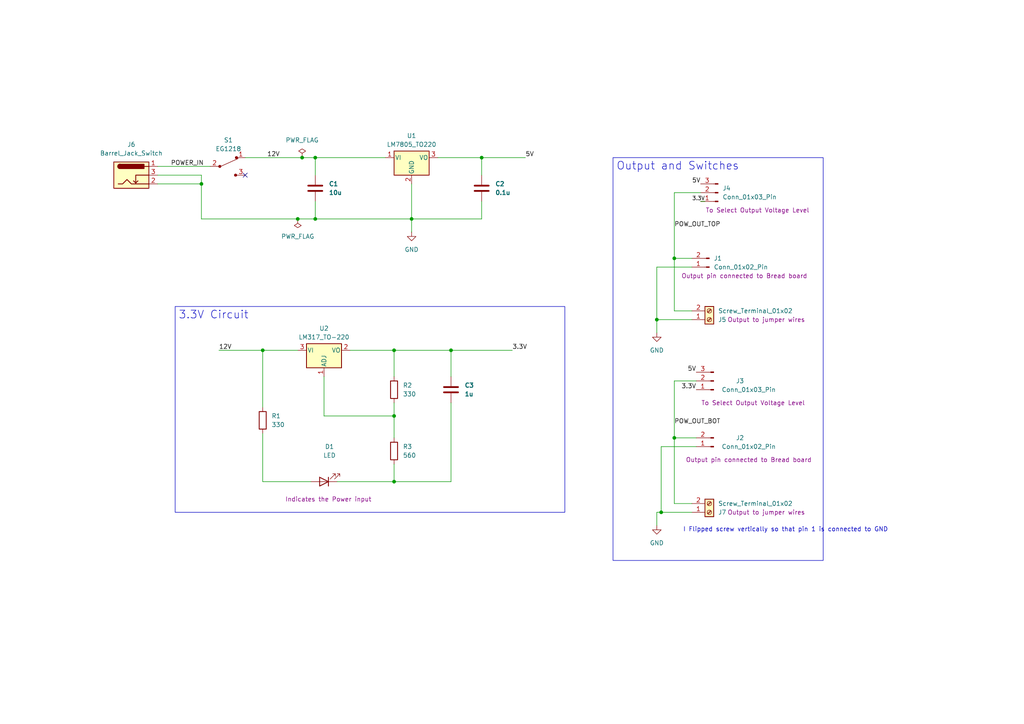
<source format=kicad_sch>
(kicad_sch
	(version 20250114)
	(generator "eeschema")
	(generator_version "9.0")
	(uuid "fac9a882-de37-4cb0-87d4-ffe47259e044")
	(paper "A4")
	(title_block
		(title "Bread Board Supply v001")
		(date "2025-12-05")
		(company "YUKESH.S  2024104010")
	)
	(lib_symbols
		(symbol "Connector:Barrel_Jack_Switch"
			(pin_names
				(hide yes)
			)
			(exclude_from_sim no)
			(in_bom yes)
			(on_board yes)
			(property "Reference" "J"
				(at 0 5.334 0)
				(effects
					(font
						(size 1.27 1.27)
					)
				)
			)
			(property "Value" "Barrel_Jack_Switch"
				(at 0 -5.08 0)
				(effects
					(font
						(size 1.27 1.27)
					)
				)
			)
			(property "Footprint" ""
				(at 1.27 -1.016 0)
				(effects
					(font
						(size 1.27 1.27)
					)
					(hide yes)
				)
			)
			(property "Datasheet" "~"
				(at 1.27 -1.016 0)
				(effects
					(font
						(size 1.27 1.27)
					)
					(hide yes)
				)
			)
			(property "Description" "DC Barrel Jack with an internal switch"
				(at 0 0 0)
				(effects
					(font
						(size 1.27 1.27)
					)
					(hide yes)
				)
			)
			(property "ki_keywords" "DC power barrel jack connector"
				(at 0 0 0)
				(effects
					(font
						(size 1.27 1.27)
					)
					(hide yes)
				)
			)
			(property "ki_fp_filters" "BarrelJack*"
				(at 0 0 0)
				(effects
					(font
						(size 1.27 1.27)
					)
					(hide yes)
				)
			)
			(symbol "Barrel_Jack_Switch_0_1"
				(rectangle
					(start -5.08 3.81)
					(end 5.08 -3.81)
					(stroke
						(width 0.254)
						(type default)
					)
					(fill
						(type background)
					)
				)
				(polyline
					(pts
						(xy -3.81 -2.54) (xy -2.54 -2.54) (xy -1.27 -1.27) (xy 0 -2.54) (xy 2.54 -2.54) (xy 5.08 -2.54)
					)
					(stroke
						(width 0.254)
						(type default)
					)
					(fill
						(type none)
					)
				)
				(arc
					(start -3.302 1.905)
					(mid -3.9343 2.54)
					(end -3.302 3.175)
					(stroke
						(width 0.254)
						(type default)
					)
					(fill
						(type none)
					)
				)
				(arc
					(start -3.302 1.905)
					(mid -3.9343 2.54)
					(end -3.302 3.175)
					(stroke
						(width 0.254)
						(type default)
					)
					(fill
						(type outline)
					)
				)
				(polyline
					(pts
						(xy 1.27 -2.286) (xy 1.905 -1.651)
					)
					(stroke
						(width 0.254)
						(type default)
					)
					(fill
						(type none)
					)
				)
				(rectangle
					(start 3.683 3.175)
					(end -3.302 1.905)
					(stroke
						(width 0.254)
						(type default)
					)
					(fill
						(type outline)
					)
				)
				(polyline
					(pts
						(xy 5.08 2.54) (xy 3.81 2.54)
					)
					(stroke
						(width 0.254)
						(type default)
					)
					(fill
						(type none)
					)
				)
				(polyline
					(pts
						(xy 5.08 0) (xy 1.27 0) (xy 1.27 -2.286) (xy 0.635 -1.651)
					)
					(stroke
						(width 0.254)
						(type default)
					)
					(fill
						(type none)
					)
				)
			)
			(symbol "Barrel_Jack_Switch_1_1"
				(pin passive line
					(at 7.62 2.54 180)
					(length 2.54)
					(name "~"
						(effects
							(font
								(size 1.27 1.27)
							)
						)
					)
					(number "1"
						(effects
							(font
								(size 1.27 1.27)
							)
						)
					)
				)
				(pin passive line
					(at 7.62 0 180)
					(length 2.54)
					(name "~"
						(effects
							(font
								(size 1.27 1.27)
							)
						)
					)
					(number "3"
						(effects
							(font
								(size 1.27 1.27)
							)
						)
					)
				)
				(pin passive line
					(at 7.62 -2.54 180)
					(length 2.54)
					(name "~"
						(effects
							(font
								(size 1.27 1.27)
							)
						)
					)
					(number "2"
						(effects
							(font
								(size 1.27 1.27)
							)
						)
					)
				)
			)
			(embedded_fonts no)
		)
		(symbol "Connector:Conn_01x02_Pin"
			(pin_names
				(offset 1.016)
				(hide yes)
			)
			(exclude_from_sim no)
			(in_bom yes)
			(on_board yes)
			(property "Reference" "J"
				(at 0 2.54 0)
				(effects
					(font
						(size 1.27 1.27)
					)
				)
			)
			(property "Value" "Conn_01x02_Pin"
				(at 0 -5.08 0)
				(effects
					(font
						(size 1.27 1.27)
					)
				)
			)
			(property "Footprint" ""
				(at 0 0 0)
				(effects
					(font
						(size 1.27 1.27)
					)
					(hide yes)
				)
			)
			(property "Datasheet" "~"
				(at 0 0 0)
				(effects
					(font
						(size 1.27 1.27)
					)
					(hide yes)
				)
			)
			(property "Description" "Generic connector, single row, 01x02, script generated"
				(at 0 0 0)
				(effects
					(font
						(size 1.27 1.27)
					)
					(hide yes)
				)
			)
			(property "ki_locked" ""
				(at 0 0 0)
				(effects
					(font
						(size 1.27 1.27)
					)
				)
			)
			(property "ki_keywords" "connector"
				(at 0 0 0)
				(effects
					(font
						(size 1.27 1.27)
					)
					(hide yes)
				)
			)
			(property "ki_fp_filters" "Connector*:*_1x??_*"
				(at 0 0 0)
				(effects
					(font
						(size 1.27 1.27)
					)
					(hide yes)
				)
			)
			(symbol "Conn_01x02_Pin_1_1"
				(rectangle
					(start 0.8636 0.127)
					(end 0 -0.127)
					(stroke
						(width 0.1524)
						(type default)
					)
					(fill
						(type outline)
					)
				)
				(rectangle
					(start 0.8636 -2.413)
					(end 0 -2.667)
					(stroke
						(width 0.1524)
						(type default)
					)
					(fill
						(type outline)
					)
				)
				(polyline
					(pts
						(xy 1.27 0) (xy 0.8636 0)
					)
					(stroke
						(width 0.1524)
						(type default)
					)
					(fill
						(type none)
					)
				)
				(polyline
					(pts
						(xy 1.27 -2.54) (xy 0.8636 -2.54)
					)
					(stroke
						(width 0.1524)
						(type default)
					)
					(fill
						(type none)
					)
				)
				(pin passive line
					(at 5.08 0 180)
					(length 3.81)
					(name "Pin_1"
						(effects
							(font
								(size 1.27 1.27)
							)
						)
					)
					(number "1"
						(effects
							(font
								(size 1.27 1.27)
							)
						)
					)
				)
				(pin passive line
					(at 5.08 -2.54 180)
					(length 3.81)
					(name "Pin_2"
						(effects
							(font
								(size 1.27 1.27)
							)
						)
					)
					(number "2"
						(effects
							(font
								(size 1.27 1.27)
							)
						)
					)
				)
			)
			(embedded_fonts no)
		)
		(symbol "Connector:Conn_01x03_Pin"
			(pin_names
				(offset 1.016)
				(hide yes)
			)
			(exclude_from_sim no)
			(in_bom yes)
			(on_board yes)
			(property "Reference" "J"
				(at 0 5.08 0)
				(effects
					(font
						(size 1.27 1.27)
					)
				)
			)
			(property "Value" "Conn_01x03_Pin"
				(at 0 -5.08 0)
				(effects
					(font
						(size 1.27 1.27)
					)
				)
			)
			(property "Footprint" ""
				(at 0 0 0)
				(effects
					(font
						(size 1.27 1.27)
					)
					(hide yes)
				)
			)
			(property "Datasheet" "~"
				(at 0 0 0)
				(effects
					(font
						(size 1.27 1.27)
					)
					(hide yes)
				)
			)
			(property "Description" "Generic connector, single row, 01x03, script generated"
				(at 0 0 0)
				(effects
					(font
						(size 1.27 1.27)
					)
					(hide yes)
				)
			)
			(property "ki_locked" ""
				(at 0 0 0)
				(effects
					(font
						(size 1.27 1.27)
					)
				)
			)
			(property "ki_keywords" "connector"
				(at 0 0 0)
				(effects
					(font
						(size 1.27 1.27)
					)
					(hide yes)
				)
			)
			(property "ki_fp_filters" "Connector*:*_1x??_*"
				(at 0 0 0)
				(effects
					(font
						(size 1.27 1.27)
					)
					(hide yes)
				)
			)
			(symbol "Conn_01x03_Pin_1_1"
				(rectangle
					(start 0.8636 2.667)
					(end 0 2.413)
					(stroke
						(width 0.1524)
						(type default)
					)
					(fill
						(type outline)
					)
				)
				(rectangle
					(start 0.8636 0.127)
					(end 0 -0.127)
					(stroke
						(width 0.1524)
						(type default)
					)
					(fill
						(type outline)
					)
				)
				(rectangle
					(start 0.8636 -2.413)
					(end 0 -2.667)
					(stroke
						(width 0.1524)
						(type default)
					)
					(fill
						(type outline)
					)
				)
				(polyline
					(pts
						(xy 1.27 2.54) (xy 0.8636 2.54)
					)
					(stroke
						(width 0.1524)
						(type default)
					)
					(fill
						(type none)
					)
				)
				(polyline
					(pts
						(xy 1.27 0) (xy 0.8636 0)
					)
					(stroke
						(width 0.1524)
						(type default)
					)
					(fill
						(type none)
					)
				)
				(polyline
					(pts
						(xy 1.27 -2.54) (xy 0.8636 -2.54)
					)
					(stroke
						(width 0.1524)
						(type default)
					)
					(fill
						(type none)
					)
				)
				(pin passive line
					(at 5.08 2.54 180)
					(length 3.81)
					(name "Pin_1"
						(effects
							(font
								(size 1.27 1.27)
							)
						)
					)
					(number "1"
						(effects
							(font
								(size 1.27 1.27)
							)
						)
					)
				)
				(pin passive line
					(at 5.08 0 180)
					(length 3.81)
					(name "Pin_2"
						(effects
							(font
								(size 1.27 1.27)
							)
						)
					)
					(number "2"
						(effects
							(font
								(size 1.27 1.27)
							)
						)
					)
				)
				(pin passive line
					(at 5.08 -2.54 180)
					(length 3.81)
					(name "Pin_3"
						(effects
							(font
								(size 1.27 1.27)
							)
						)
					)
					(number "3"
						(effects
							(font
								(size 1.27 1.27)
							)
						)
					)
				)
			)
			(embedded_fonts no)
		)
		(symbol "Connector:Screw_Terminal_01x02"
			(pin_names
				(offset 1.016)
				(hide yes)
			)
			(exclude_from_sim no)
			(in_bom yes)
			(on_board yes)
			(property "Reference" "J"
				(at 0 2.54 0)
				(effects
					(font
						(size 1.27 1.27)
					)
				)
			)
			(property "Value" "Screw_Terminal_01x02"
				(at 0 -5.08 0)
				(effects
					(font
						(size 1.27 1.27)
					)
				)
			)
			(property "Footprint" ""
				(at 0 0 0)
				(effects
					(font
						(size 1.27 1.27)
					)
					(hide yes)
				)
			)
			(property "Datasheet" "~"
				(at 0 0 0)
				(effects
					(font
						(size 1.27 1.27)
					)
					(hide yes)
				)
			)
			(property "Description" "Generic screw terminal, single row, 01x02, script generated (kicad-library-utils/schlib/autogen/connector/)"
				(at 0 0 0)
				(effects
					(font
						(size 1.27 1.27)
					)
					(hide yes)
				)
			)
			(property "ki_keywords" "screw terminal"
				(at 0 0 0)
				(effects
					(font
						(size 1.27 1.27)
					)
					(hide yes)
				)
			)
			(property "ki_fp_filters" "TerminalBlock*:*"
				(at 0 0 0)
				(effects
					(font
						(size 1.27 1.27)
					)
					(hide yes)
				)
			)
			(symbol "Screw_Terminal_01x02_1_1"
				(rectangle
					(start -1.27 1.27)
					(end 1.27 -3.81)
					(stroke
						(width 0.254)
						(type default)
					)
					(fill
						(type background)
					)
				)
				(polyline
					(pts
						(xy -0.5334 0.3302) (xy 0.3302 -0.508)
					)
					(stroke
						(width 0.1524)
						(type default)
					)
					(fill
						(type none)
					)
				)
				(polyline
					(pts
						(xy -0.5334 -2.2098) (xy 0.3302 -3.048)
					)
					(stroke
						(width 0.1524)
						(type default)
					)
					(fill
						(type none)
					)
				)
				(polyline
					(pts
						(xy -0.3556 0.508) (xy 0.508 -0.3302)
					)
					(stroke
						(width 0.1524)
						(type default)
					)
					(fill
						(type none)
					)
				)
				(polyline
					(pts
						(xy -0.3556 -2.032) (xy 0.508 -2.8702)
					)
					(stroke
						(width 0.1524)
						(type default)
					)
					(fill
						(type none)
					)
				)
				(circle
					(center 0 0)
					(radius 0.635)
					(stroke
						(width 0.1524)
						(type default)
					)
					(fill
						(type none)
					)
				)
				(circle
					(center 0 -2.54)
					(radius 0.635)
					(stroke
						(width 0.1524)
						(type default)
					)
					(fill
						(type none)
					)
				)
				(pin passive line
					(at -5.08 0 0)
					(length 3.81)
					(name "Pin_1"
						(effects
							(font
								(size 1.27 1.27)
							)
						)
					)
					(number "1"
						(effects
							(font
								(size 1.27 1.27)
							)
						)
					)
				)
				(pin passive line
					(at -5.08 -2.54 0)
					(length 3.81)
					(name "Pin_2"
						(effects
							(font
								(size 1.27 1.27)
							)
						)
					)
					(number "2"
						(effects
							(font
								(size 1.27 1.27)
							)
						)
					)
				)
			)
			(embedded_fonts no)
		)
		(symbol "Device:C"
			(pin_numbers
				(hide yes)
			)
			(pin_names
				(offset 0.254)
			)
			(exclude_from_sim no)
			(in_bom yes)
			(on_board yes)
			(property "Reference" "C"
				(at 0.635 2.54 0)
				(effects
					(font
						(size 1.27 1.27)
					)
					(justify left)
				)
			)
			(property "Value" "C"
				(at 0.635 -2.54 0)
				(effects
					(font
						(size 1.27 1.27)
					)
					(justify left)
				)
			)
			(property "Footprint" ""
				(at 0.9652 -3.81 0)
				(effects
					(font
						(size 1.27 1.27)
					)
					(hide yes)
				)
			)
			(property "Datasheet" "~"
				(at 0 0 0)
				(effects
					(font
						(size 1.27 1.27)
					)
					(hide yes)
				)
			)
			(property "Description" "Unpolarized capacitor"
				(at 0 0 0)
				(effects
					(font
						(size 1.27 1.27)
					)
					(hide yes)
				)
			)
			(property "ki_keywords" "cap capacitor"
				(at 0 0 0)
				(effects
					(font
						(size 1.27 1.27)
					)
					(hide yes)
				)
			)
			(property "ki_fp_filters" "C_*"
				(at 0 0 0)
				(effects
					(font
						(size 1.27 1.27)
					)
					(hide yes)
				)
			)
			(symbol "C_0_1"
				(polyline
					(pts
						(xy -2.032 0.762) (xy 2.032 0.762)
					)
					(stroke
						(width 0.508)
						(type default)
					)
					(fill
						(type none)
					)
				)
				(polyline
					(pts
						(xy -2.032 -0.762) (xy 2.032 -0.762)
					)
					(stroke
						(width 0.508)
						(type default)
					)
					(fill
						(type none)
					)
				)
			)
			(symbol "C_1_1"
				(pin passive line
					(at 0 3.81 270)
					(length 2.794)
					(name "~"
						(effects
							(font
								(size 1.27 1.27)
							)
						)
					)
					(number "1"
						(effects
							(font
								(size 1.27 1.27)
							)
						)
					)
				)
				(pin passive line
					(at 0 -3.81 90)
					(length 2.794)
					(name "~"
						(effects
							(font
								(size 1.27 1.27)
							)
						)
					)
					(number "2"
						(effects
							(font
								(size 1.27 1.27)
							)
						)
					)
				)
			)
			(embedded_fonts no)
		)
		(symbol "Device:LED"
			(pin_numbers
				(hide yes)
			)
			(pin_names
				(offset 1.016)
				(hide yes)
			)
			(exclude_from_sim no)
			(in_bom yes)
			(on_board yes)
			(property "Reference" "D"
				(at 0 2.54 0)
				(effects
					(font
						(size 1.27 1.27)
					)
				)
			)
			(property "Value" "LED"
				(at 0 -2.54 0)
				(effects
					(font
						(size 1.27 1.27)
					)
				)
			)
			(property "Footprint" ""
				(at 0 0 0)
				(effects
					(font
						(size 1.27 1.27)
					)
					(hide yes)
				)
			)
			(property "Datasheet" "~"
				(at 0 0 0)
				(effects
					(font
						(size 1.27 1.27)
					)
					(hide yes)
				)
			)
			(property "Description" "Light emitting diode"
				(at 0 0 0)
				(effects
					(font
						(size 1.27 1.27)
					)
					(hide yes)
				)
			)
			(property "Sim.Pins" "1=K 2=A"
				(at 0 0 0)
				(effects
					(font
						(size 1.27 1.27)
					)
					(hide yes)
				)
			)
			(property "ki_keywords" "LED diode"
				(at 0 0 0)
				(effects
					(font
						(size 1.27 1.27)
					)
					(hide yes)
				)
			)
			(property "ki_fp_filters" "LED* LED_SMD:* LED_THT:*"
				(at 0 0 0)
				(effects
					(font
						(size 1.27 1.27)
					)
					(hide yes)
				)
			)
			(symbol "LED_0_1"
				(polyline
					(pts
						(xy -3.048 -0.762) (xy -4.572 -2.286) (xy -3.81 -2.286) (xy -4.572 -2.286) (xy -4.572 -1.524)
					)
					(stroke
						(width 0)
						(type default)
					)
					(fill
						(type none)
					)
				)
				(polyline
					(pts
						(xy -1.778 -0.762) (xy -3.302 -2.286) (xy -2.54 -2.286) (xy -3.302 -2.286) (xy -3.302 -1.524)
					)
					(stroke
						(width 0)
						(type default)
					)
					(fill
						(type none)
					)
				)
				(polyline
					(pts
						(xy -1.27 0) (xy 1.27 0)
					)
					(stroke
						(width 0)
						(type default)
					)
					(fill
						(type none)
					)
				)
				(polyline
					(pts
						(xy -1.27 -1.27) (xy -1.27 1.27)
					)
					(stroke
						(width 0.254)
						(type default)
					)
					(fill
						(type none)
					)
				)
				(polyline
					(pts
						(xy 1.27 -1.27) (xy 1.27 1.27) (xy -1.27 0) (xy 1.27 -1.27)
					)
					(stroke
						(width 0.254)
						(type default)
					)
					(fill
						(type none)
					)
				)
			)
			(symbol "LED_1_1"
				(pin passive line
					(at -3.81 0 0)
					(length 2.54)
					(name "K"
						(effects
							(font
								(size 1.27 1.27)
							)
						)
					)
					(number "1"
						(effects
							(font
								(size 1.27 1.27)
							)
						)
					)
				)
				(pin passive line
					(at 3.81 0 180)
					(length 2.54)
					(name "A"
						(effects
							(font
								(size 1.27 1.27)
							)
						)
					)
					(number "2"
						(effects
							(font
								(size 1.27 1.27)
							)
						)
					)
				)
			)
			(embedded_fonts no)
		)
		(symbol "Device:R"
			(pin_numbers
				(hide yes)
			)
			(pin_names
				(offset 0)
			)
			(exclude_from_sim no)
			(in_bom yes)
			(on_board yes)
			(property "Reference" "R"
				(at 2.032 0 90)
				(effects
					(font
						(size 1.27 1.27)
					)
				)
			)
			(property "Value" "R"
				(at 0 0 90)
				(effects
					(font
						(size 1.27 1.27)
					)
				)
			)
			(property "Footprint" ""
				(at -1.778 0 90)
				(effects
					(font
						(size 1.27 1.27)
					)
					(hide yes)
				)
			)
			(property "Datasheet" "~"
				(at 0 0 0)
				(effects
					(font
						(size 1.27 1.27)
					)
					(hide yes)
				)
			)
			(property "Description" "Resistor"
				(at 0 0 0)
				(effects
					(font
						(size 1.27 1.27)
					)
					(hide yes)
				)
			)
			(property "ki_keywords" "R res resistor"
				(at 0 0 0)
				(effects
					(font
						(size 1.27 1.27)
					)
					(hide yes)
				)
			)
			(property "ki_fp_filters" "R_*"
				(at 0 0 0)
				(effects
					(font
						(size 1.27 1.27)
					)
					(hide yes)
				)
			)
			(symbol "R_0_1"
				(rectangle
					(start -1.016 -2.54)
					(end 1.016 2.54)
					(stroke
						(width 0.254)
						(type default)
					)
					(fill
						(type none)
					)
				)
			)
			(symbol "R_1_1"
				(pin passive line
					(at 0 3.81 270)
					(length 1.27)
					(name "~"
						(effects
							(font
								(size 1.27 1.27)
							)
						)
					)
					(number "1"
						(effects
							(font
								(size 1.27 1.27)
							)
						)
					)
				)
				(pin passive line
					(at 0 -3.81 90)
					(length 1.27)
					(name "~"
						(effects
							(font
								(size 1.27 1.27)
							)
						)
					)
					(number "2"
						(effects
							(font
								(size 1.27 1.27)
							)
						)
					)
				)
			)
			(embedded_fonts no)
		)
		(symbol "Regulator_Linear:LM317_TO-220"
			(pin_names
				(offset 0.254)
			)
			(exclude_from_sim no)
			(in_bom yes)
			(on_board yes)
			(property "Reference" "U"
				(at -3.81 3.175 0)
				(effects
					(font
						(size 1.27 1.27)
					)
				)
			)
			(property "Value" "LM317_TO-220"
				(at 0 3.175 0)
				(effects
					(font
						(size 1.27 1.27)
					)
					(justify left)
				)
			)
			(property "Footprint" "Package_TO_SOT_THT:TO-220-3_Vertical"
				(at 0 6.35 0)
				(effects
					(font
						(size 1.27 1.27)
						(italic yes)
					)
					(hide yes)
				)
			)
			(property "Datasheet" "http://www.ti.com/lit/ds/symlink/lm317.pdf"
				(at 0 0 0)
				(effects
					(font
						(size 1.27 1.27)
					)
					(hide yes)
				)
			)
			(property "Description" "1.5A 35V Adjustable Linear Regulator, TO-220"
				(at 0 0 0)
				(effects
					(font
						(size 1.27 1.27)
					)
					(hide yes)
				)
			)
			(property "ki_keywords" "Adjustable Voltage Regulator 1A Positive"
				(at 0 0 0)
				(effects
					(font
						(size 1.27 1.27)
					)
					(hide yes)
				)
			)
			(property "ki_fp_filters" "TO?220*"
				(at 0 0 0)
				(effects
					(font
						(size 1.27 1.27)
					)
					(hide yes)
				)
			)
			(symbol "LM317_TO-220_0_1"
				(rectangle
					(start -5.08 1.905)
					(end 5.08 -5.08)
					(stroke
						(width 0.254)
						(type default)
					)
					(fill
						(type background)
					)
				)
			)
			(symbol "LM317_TO-220_1_1"
				(pin power_in line
					(at -7.62 0 0)
					(length 2.54)
					(name "VI"
						(effects
							(font
								(size 1.27 1.27)
							)
						)
					)
					(number "3"
						(effects
							(font
								(size 1.27 1.27)
							)
						)
					)
				)
				(pin input line
					(at 0 -7.62 90)
					(length 2.54)
					(name "ADJ"
						(effects
							(font
								(size 1.27 1.27)
							)
						)
					)
					(number "1"
						(effects
							(font
								(size 1.27 1.27)
							)
						)
					)
				)
				(pin power_out line
					(at 7.62 0 180)
					(length 2.54)
					(name "VO"
						(effects
							(font
								(size 1.27 1.27)
							)
						)
					)
					(number "2"
						(effects
							(font
								(size 1.27 1.27)
							)
						)
					)
				)
			)
			(embedded_fonts no)
		)
		(symbol "Regulator_Linear:LM7805_TO220"
			(pin_names
				(offset 0.254)
			)
			(exclude_from_sim no)
			(in_bom yes)
			(on_board yes)
			(property "Reference" "U"
				(at -3.81 3.175 0)
				(effects
					(font
						(size 1.27 1.27)
					)
				)
			)
			(property "Value" "LM7805_TO220"
				(at 0 3.175 0)
				(effects
					(font
						(size 1.27 1.27)
					)
					(justify left)
				)
			)
			(property "Footprint" "Package_TO_SOT_THT:TO-220-3_Vertical"
				(at 0 5.715 0)
				(effects
					(font
						(size 1.27 1.27)
						(italic yes)
					)
					(hide yes)
				)
			)
			(property "Datasheet" "https://www.onsemi.cn/PowerSolutions/document/MC7800-D.PDF"
				(at 0 -1.27 0)
				(effects
					(font
						(size 1.27 1.27)
					)
					(hide yes)
				)
			)
			(property "Description" "Positive 1A 35V Linear Regulator, Fixed Output 5V, TO-220"
				(at 0 0 0)
				(effects
					(font
						(size 1.27 1.27)
					)
					(hide yes)
				)
			)
			(property "ki_keywords" "Voltage Regulator 1A Positive"
				(at 0 0 0)
				(effects
					(font
						(size 1.27 1.27)
					)
					(hide yes)
				)
			)
			(property "ki_fp_filters" "TO?220*"
				(at 0 0 0)
				(effects
					(font
						(size 1.27 1.27)
					)
					(hide yes)
				)
			)
			(symbol "LM7805_TO220_0_1"
				(rectangle
					(start -5.08 1.905)
					(end 5.08 -5.08)
					(stroke
						(width 0.254)
						(type default)
					)
					(fill
						(type background)
					)
				)
			)
			(symbol "LM7805_TO220_1_1"
				(pin power_in line
					(at -7.62 0 0)
					(length 2.54)
					(name "VI"
						(effects
							(font
								(size 1.27 1.27)
							)
						)
					)
					(number "1"
						(effects
							(font
								(size 1.27 1.27)
							)
						)
					)
				)
				(pin power_in line
					(at 0 -7.62 90)
					(length 2.54)
					(name "GND"
						(effects
							(font
								(size 1.27 1.27)
							)
						)
					)
					(number "2"
						(effects
							(font
								(size 1.27 1.27)
							)
						)
					)
				)
				(pin power_out line
					(at 7.62 0 180)
					(length 2.54)
					(name "VO"
						(effects
							(font
								(size 1.27 1.27)
							)
						)
					)
					(number "3"
						(effects
							(font
								(size 1.27 1.27)
							)
						)
					)
				)
			)
			(embedded_fonts no)
		)
		(symbol "dk_Slide-Switches:EG1218"
			(pin_names
				(offset 0)
			)
			(exclude_from_sim no)
			(in_bom yes)
			(on_board yes)
			(property "Reference" "S"
				(at -3.81 2.286 0)
				(effects
					(font
						(size 1.27 1.27)
					)
				)
			)
			(property "Value" "EG1218"
				(at 0 -5.334 0)
				(effects
					(font
						(size 1.27 1.27)
					)
				)
			)
			(property "Footprint" "digikey-footprints:Switch_Slide_11.6x4mm_EG1218"
				(at 5.08 5.08 0)
				(effects
					(font
						(size 1.27 1.27)
					)
					(justify left)
					(hide yes)
				)
			)
			(property "Datasheet" "http://spec_sheets.e-switch.com/specs/P040040.pdf"
				(at 5.08 7.62 0)
				(effects
					(font
						(size 1.524 1.524)
					)
					(justify left)
					(hide yes)
				)
			)
			(property "Description" "SWITCH SLIDE SPDT 200MA 30V"
				(at 0 0 0)
				(effects
					(font
						(size 1.27 1.27)
					)
					(hide yes)
				)
			)
			(property "Digi-Key_PN" "EG1903-ND"
				(at 5.08 10.16 0)
				(effects
					(font
						(size 1.524 1.524)
					)
					(justify left)
					(hide yes)
				)
			)
			(property "MPN" "EG1218"
				(at 5.08 12.7 0)
				(effects
					(font
						(size 1.524 1.524)
					)
					(justify left)
					(hide yes)
				)
			)
			(property "Category" "Switches"
				(at 5.08 15.24 0)
				(effects
					(font
						(size 1.524 1.524)
					)
					(justify left)
					(hide yes)
				)
			)
			(property "Family" "Slide Switches"
				(at 5.08 17.78 0)
				(effects
					(font
						(size 1.524 1.524)
					)
					(justify left)
					(hide yes)
				)
			)
			(property "DK_Datasheet_Link" "http://spec_sheets.e-switch.com/specs/P040040.pdf"
				(at 5.08 20.32 0)
				(effects
					(font
						(size 1.524 1.524)
					)
					(justify left)
					(hide yes)
				)
			)
			(property "DK_Detail_Page" "/product-detail/en/e-switch/EG1218/EG1903-ND/101726"
				(at 5.08 22.86 0)
				(effects
					(font
						(size 1.524 1.524)
					)
					(justify left)
					(hide yes)
				)
			)
			(property "Description_1" "SWITCH SLIDE SPDT 200MA 30V"
				(at 5.08 25.4 0)
				(effects
					(font
						(size 1.524 1.524)
					)
					(justify left)
					(hide yes)
				)
			)
			(property "Manufacturer" "E-Switch"
				(at 5.08 27.94 0)
				(effects
					(font
						(size 1.524 1.524)
					)
					(justify left)
					(hide yes)
				)
			)
			(property "Status" "Active"
				(at 5.08 30.48 0)
				(effects
					(font
						(size 1.524 1.524)
					)
					(justify left)
					(hide yes)
				)
			)
			(property "ki_keywords" "EG1903-ND EG"
				(at 0 0 0)
				(effects
					(font
						(size 1.27 1.27)
					)
					(hide yes)
				)
			)
			(symbol "EG1218_0_1"
				(circle
					(center -2.286 0)
					(radius 0.3556)
					(stroke
						(width 0)
						(type solid)
					)
					(fill
						(type outline)
					)
				)
				(polyline
					(pts
						(xy -2.032 0) (xy 3.048 2.286)
					)
					(stroke
						(width 0)
						(type solid)
					)
					(fill
						(type none)
					)
				)
				(circle
					(center 2.286 -2.54)
					(radius 0.3556)
					(stroke
						(width 0)
						(type solid)
					)
					(fill
						(type outline)
					)
				)
				(circle
					(center 2.54 2.54)
					(radius 0.3556)
					(stroke
						(width 0)
						(type solid)
					)
					(fill
						(type outline)
					)
				)
			)
			(symbol "EG1218_1_1"
				(pin passive line
					(at -5.08 0 0)
					(length 2.54)
					(name "~"
						(effects
							(font
								(size 1.27 1.27)
							)
						)
					)
					(number "2"
						(effects
							(font
								(size 1.27 1.27)
							)
						)
					)
				)
				(pin passive line
					(at 5.08 2.54 180)
					(length 2.54)
					(name "~"
						(effects
							(font
								(size 1.27 1.27)
							)
						)
					)
					(number "1"
						(effects
							(font
								(size 1.27 1.27)
							)
						)
					)
				)
				(pin passive line
					(at 5.08 -2.54 180)
					(length 2.54)
					(name "~"
						(effects
							(font
								(size 1.27 1.27)
							)
						)
					)
					(number "3"
						(effects
							(font
								(size 1.27 1.27)
							)
						)
					)
				)
			)
			(embedded_fonts no)
		)
		(symbol "power:GND"
			(power)
			(pin_numbers
				(hide yes)
			)
			(pin_names
				(offset 0)
				(hide yes)
			)
			(exclude_from_sim no)
			(in_bom yes)
			(on_board yes)
			(property "Reference" "#PWR"
				(at 0 -6.35 0)
				(effects
					(font
						(size 1.27 1.27)
					)
					(hide yes)
				)
			)
			(property "Value" "GND"
				(at 0 -3.81 0)
				(effects
					(font
						(size 1.27 1.27)
					)
				)
			)
			(property "Footprint" ""
				(at 0 0 0)
				(effects
					(font
						(size 1.27 1.27)
					)
					(hide yes)
				)
			)
			(property "Datasheet" ""
				(at 0 0 0)
				(effects
					(font
						(size 1.27 1.27)
					)
					(hide yes)
				)
			)
			(property "Description" "Power symbol creates a global label with name \"GND\" , ground"
				(at 0 0 0)
				(effects
					(font
						(size 1.27 1.27)
					)
					(hide yes)
				)
			)
			(property "ki_keywords" "global power"
				(at 0 0 0)
				(effects
					(font
						(size 1.27 1.27)
					)
					(hide yes)
				)
			)
			(symbol "GND_0_1"
				(polyline
					(pts
						(xy 0 0) (xy 0 -1.27) (xy 1.27 -1.27) (xy 0 -2.54) (xy -1.27 -1.27) (xy 0 -1.27)
					)
					(stroke
						(width 0)
						(type default)
					)
					(fill
						(type none)
					)
				)
			)
			(symbol "GND_1_1"
				(pin power_in line
					(at 0 0 270)
					(length 0)
					(name "~"
						(effects
							(font
								(size 1.27 1.27)
							)
						)
					)
					(number "1"
						(effects
							(font
								(size 1.27 1.27)
							)
						)
					)
				)
			)
			(embedded_fonts no)
		)
		(symbol "power:PWR_FLAG"
			(power)
			(pin_numbers
				(hide yes)
			)
			(pin_names
				(offset 0)
				(hide yes)
			)
			(exclude_from_sim no)
			(in_bom yes)
			(on_board yes)
			(property "Reference" "#FLG"
				(at 0 1.905 0)
				(effects
					(font
						(size 1.27 1.27)
					)
					(hide yes)
				)
			)
			(property "Value" "PWR_FLAG"
				(at 0 3.81 0)
				(effects
					(font
						(size 1.27 1.27)
					)
				)
			)
			(property "Footprint" ""
				(at 0 0 0)
				(effects
					(font
						(size 1.27 1.27)
					)
					(hide yes)
				)
			)
			(property "Datasheet" "~"
				(at 0 0 0)
				(effects
					(font
						(size 1.27 1.27)
					)
					(hide yes)
				)
			)
			(property "Description" "Special symbol for telling ERC where power comes from"
				(at 0 0 0)
				(effects
					(font
						(size 1.27 1.27)
					)
					(hide yes)
				)
			)
			(property "ki_keywords" "flag power"
				(at 0 0 0)
				(effects
					(font
						(size 1.27 1.27)
					)
					(hide yes)
				)
			)
			(symbol "PWR_FLAG_0_0"
				(pin power_out line
					(at 0 0 90)
					(length 0)
					(name "~"
						(effects
							(font
								(size 1.27 1.27)
							)
						)
					)
					(number "1"
						(effects
							(font
								(size 1.27 1.27)
							)
						)
					)
				)
			)
			(symbol "PWR_FLAG_0_1"
				(polyline
					(pts
						(xy 0 0) (xy 0 1.27) (xy -1.016 1.905) (xy 0 2.54) (xy 1.016 1.905) (xy 0 1.27)
					)
					(stroke
						(width 0)
						(type default)
					)
					(fill
						(type none)
					)
				)
			)
			(embedded_fonts no)
		)
	)
	(text "I Flipped screw vertically so that pin 1 is connected to GND "
		(exclude_from_sim no)
		(at 198.12 153.67 0)
		(effects
			(font
				(size 1.27 1.27)
			)
			(justify left)
		)
		(uuid "723ced61-5940-4445-a5a9-85de77dc96fb")
	)
	(text_box "Output and Switches"
		(exclude_from_sim yes)
		(at 177.8 45.72 0)
		(size 60.96 116.84)
		(margins 0.9525 0.9525 0.9525 0.9525)
		(stroke
			(width 0)
			(type solid)
		)
		(fill
			(type none)
		)
		(effects
			(font
				(size 2.27 2.27)
			)
			(justify left top)
		)
		(uuid "8559ce6e-82ec-4ca8-8c1b-577ab248ce2c")
	)
	(text_box "3.3V Circuit"
		(exclude_from_sim no)
		(at 50.8 88.9 0)
		(size 113.03 59.69)
		(margins 0.9525 0.9525 0.9525 0.9525)
		(stroke
			(width 0)
			(type solid)
		)
		(fill
			(type none)
		)
		(effects
			(font
				(size 2.27 2.27)
			)
			(justify left top)
		)
		(uuid "8985acbc-b9b9-4674-a8e1-5fab2b9adb1f")
	)
	(junction
		(at 76.2 101.6)
		(diameter 0)
		(color 0 0 0 0)
		(uuid "098fbd01-c6ab-4d19-941f-9760e607a42e")
	)
	(junction
		(at 191.77 148.59)
		(diameter 0)
		(color 0 0 0 0)
		(uuid "15075ce5-4cd0-4025-aa68-cc134adc1af7")
	)
	(junction
		(at 114.3 101.6)
		(diameter 0)
		(color 0 0 0 0)
		(uuid "25061cc4-290b-4e5f-a4a6-181c5503f88f")
	)
	(junction
		(at 119.38 63.5)
		(diameter 0)
		(color 0 0 0 0)
		(uuid "568ac081-7571-42a7-9500-f1be42cc6998")
	)
	(junction
		(at 139.7 45.72)
		(diameter 0)
		(color 0 0 0 0)
		(uuid "57272419-2501-4f19-96ea-c465fc965207")
	)
	(junction
		(at 114.3 139.7)
		(diameter 0)
		(color 0 0 0 0)
		(uuid "5ecb07c3-4e23-4d8d-b620-ada07b447d5b")
	)
	(junction
		(at 58.42 53.34)
		(diameter 0)
		(color 0 0 0 0)
		(uuid "6303579f-3153-4c3f-9c11-16d1e5254cbe")
	)
	(junction
		(at 195.58 127)
		(diameter 0)
		(color 0 0 0 0)
		(uuid "6813b071-7865-43c8-98c0-eeb20e1890ae")
	)
	(junction
		(at 190.5 92.71)
		(diameter 0)
		(color 0 0 0 0)
		(uuid "6d79144d-f18e-45e0-b4f6-cd6ab1d6a968")
	)
	(junction
		(at 114.3 120.65)
		(diameter 0)
		(color 0 0 0 0)
		(uuid "71d20708-a2fe-44dd-b829-29c5aaaf19e7")
	)
	(junction
		(at 87.63 45.72)
		(diameter 0)
		(color 0 0 0 0)
		(uuid "8a4c3245-ea61-45ec-8c3f-25d74253c071")
	)
	(junction
		(at 91.44 63.5)
		(diameter 0)
		(color 0 0 0 0)
		(uuid "9ce41bcc-fa4f-445d-82d6-f8f98b0e51d7")
	)
	(junction
		(at 130.81 101.6)
		(diameter 0)
		(color 0 0 0 0)
		(uuid "a8e2ebec-7505-466a-abe8-d0dd40652876")
	)
	(junction
		(at 86.36 63.5)
		(diameter 0)
		(color 0 0 0 0)
		(uuid "afb6699d-c621-4057-a587-33cee0233b7b")
	)
	(junction
		(at 195.58 74.93)
		(diameter 0)
		(color 0 0 0 0)
		(uuid "c0b20f0d-da04-4c2a-b973-86a253b1ae74")
	)
	(junction
		(at 91.44 45.72)
		(diameter 0)
		(color 0 0 0 0)
		(uuid "d86a9e42-6e21-4021-b549-6c54974fbb0f")
	)
	(no_connect
		(at 71.12 50.8)
		(uuid "30294c97-1b03-420e-bc5f-59cdc5286cf8")
	)
	(wire
		(pts
			(xy 58.42 53.34) (xy 58.42 63.5)
		)
		(stroke
			(width 0)
			(type default)
		)
		(uuid "03afbc4d-cc5d-4411-a2e3-3be4aa312cb8")
	)
	(wire
		(pts
			(xy 130.81 101.6) (xy 148.59 101.6)
		)
		(stroke
			(width 0)
			(type default)
		)
		(uuid "046f696f-c126-4bf8-872c-14d69400d4b8")
	)
	(wire
		(pts
			(xy 58.42 50.8) (xy 58.42 53.34)
		)
		(stroke
			(width 0)
			(type default)
		)
		(uuid "08569615-450c-4c70-b96f-18a8d566e7b4")
	)
	(wire
		(pts
			(xy 195.58 127) (xy 201.93 127)
		)
		(stroke
			(width 0)
			(type default)
		)
		(uuid "09ad8ab1-66ef-44bb-b50c-f178c510970a")
	)
	(wire
		(pts
			(xy 190.5 77.47) (xy 190.5 92.71)
		)
		(stroke
			(width 0)
			(type default)
		)
		(uuid "0ea9522c-3a52-445c-91e4-cf01ec82b784")
	)
	(wire
		(pts
			(xy 195.58 55.88) (xy 203.2 55.88)
		)
		(stroke
			(width 0)
			(type default)
		)
		(uuid "10ed84a6-0fea-4209-9542-4b07ed2d3c6f")
	)
	(wire
		(pts
			(xy 86.36 63.5) (xy 91.44 63.5)
		)
		(stroke
			(width 0)
			(type default)
		)
		(uuid "15e87aaa-17e3-4b2e-9b58-e64b096e90d7")
	)
	(wire
		(pts
			(xy 203.2 58.42) (xy 204.47 58.42)
		)
		(stroke
			(width 0)
			(type default)
		)
		(uuid "17c30e0a-f389-4b78-a87a-c4ee33ac9cbf")
	)
	(wire
		(pts
			(xy 45.72 53.34) (xy 58.42 53.34)
		)
		(stroke
			(width 0)
			(type default)
		)
		(uuid "1bc582fa-662a-4423-bd0e-27a1e505ccc6")
	)
	(wire
		(pts
			(xy 195.58 90.17) (xy 200.66 90.17)
		)
		(stroke
			(width 0)
			(type default)
		)
		(uuid "20f60bc0-d95c-436f-b1a9-e2e4c14c565c")
	)
	(wire
		(pts
			(xy 139.7 45.72) (xy 139.7 50.8)
		)
		(stroke
			(width 0)
			(type default)
		)
		(uuid "227baabe-c606-4158-a90e-51d51a31a109")
	)
	(wire
		(pts
			(xy 114.3 134.62) (xy 114.3 139.7)
		)
		(stroke
			(width 0)
			(type default)
		)
		(uuid "2ca5df47-6925-47f1-a812-d70589ab9fd7")
	)
	(wire
		(pts
			(xy 76.2 125.73) (xy 76.2 139.7)
		)
		(stroke
			(width 0)
			(type default)
		)
		(uuid "3929ece4-fe44-4dbb-af25-7a2672be9272")
	)
	(wire
		(pts
			(xy 63.5 101.6) (xy 76.2 101.6)
		)
		(stroke
			(width 0)
			(type default)
		)
		(uuid "3c89c352-1200-47ef-ae2d-a0eed03dfaff")
	)
	(wire
		(pts
			(xy 139.7 58.42) (xy 139.7 63.5)
		)
		(stroke
			(width 0)
			(type default)
		)
		(uuid "41331db1-c056-4b31-b52f-4ddcbd1efb00")
	)
	(wire
		(pts
			(xy 119.38 53.34) (xy 119.38 63.5)
		)
		(stroke
			(width 0)
			(type default)
		)
		(uuid "41cf1772-3798-40ff-a853-4dd2f4e4a7f0")
	)
	(wire
		(pts
			(xy 195.58 74.93) (xy 200.66 74.93)
		)
		(stroke
			(width 0)
			(type default)
		)
		(uuid "44000fd0-2594-4b33-bc50-3eea6f4eae9d")
	)
	(wire
		(pts
			(xy 93.98 109.22) (xy 93.98 120.65)
		)
		(stroke
			(width 0)
			(type default)
		)
		(uuid "490d3532-33e0-4204-ab59-56fd04e1ff59")
	)
	(wire
		(pts
			(xy 91.44 58.42) (xy 91.44 63.5)
		)
		(stroke
			(width 0)
			(type default)
		)
		(uuid "4aaa1e66-a848-452f-8ee7-b4238c1bc502")
	)
	(wire
		(pts
			(xy 195.58 110.49) (xy 195.58 127)
		)
		(stroke
			(width 0)
			(type default)
		)
		(uuid "51b95d7b-dfa4-4e9b-9412-eb78deeb837c")
	)
	(wire
		(pts
			(xy 119.38 63.5) (xy 139.7 63.5)
		)
		(stroke
			(width 0)
			(type default)
		)
		(uuid "57f59693-d666-4eeb-9695-2654d4a02a7c")
	)
	(wire
		(pts
			(xy 195.58 127) (xy 195.58 146.05)
		)
		(stroke
			(width 0)
			(type default)
		)
		(uuid "583af1ea-6ad7-4abb-b39c-752ab5a39204")
	)
	(wire
		(pts
			(xy 191.77 148.59) (xy 200.66 148.59)
		)
		(stroke
			(width 0)
			(type default)
		)
		(uuid "586ebf0a-c5ce-4768-aae5-f01c2c95d398")
	)
	(wire
		(pts
			(xy 119.38 63.5) (xy 119.38 67.31)
		)
		(stroke
			(width 0)
			(type default)
		)
		(uuid "58badfd4-557a-474e-ab8c-87b1baa7a8a5")
	)
	(wire
		(pts
			(xy 195.58 74.93) (xy 195.58 90.17)
		)
		(stroke
			(width 0)
			(type default)
		)
		(uuid "599b0261-f965-484e-ba4c-f152cdcb329d")
	)
	(wire
		(pts
			(xy 114.3 116.84) (xy 114.3 120.65)
		)
		(stroke
			(width 0)
			(type default)
		)
		(uuid "5ac1cda7-269b-4927-9753-7fea57d0cd88")
	)
	(wire
		(pts
			(xy 195.58 110.49) (xy 201.93 110.49)
		)
		(stroke
			(width 0)
			(type default)
		)
		(uuid "5be779f7-0da6-409a-ab04-fba42cc0d6f6")
	)
	(wire
		(pts
			(xy 114.3 101.6) (xy 130.81 101.6)
		)
		(stroke
			(width 0)
			(type default)
		)
		(uuid "619dd5fc-98db-4ee9-a1c0-0b0be0daf4a0")
	)
	(wire
		(pts
			(xy 91.44 63.5) (xy 119.38 63.5)
		)
		(stroke
			(width 0)
			(type default)
		)
		(uuid "653ed219-0353-47b0-a18d-b296552592bb")
	)
	(wire
		(pts
			(xy 190.5 92.71) (xy 190.5 96.52)
		)
		(stroke
			(width 0)
			(type default)
		)
		(uuid "695147ce-6f51-44a7-bbcb-3d464ed490b7")
	)
	(wire
		(pts
			(xy 91.44 45.72) (xy 91.44 50.8)
		)
		(stroke
			(width 0)
			(type default)
		)
		(uuid "69f3d10d-81fa-4dc9-b6b1-7589c391318f")
	)
	(wire
		(pts
			(xy 114.3 139.7) (xy 130.81 139.7)
		)
		(stroke
			(width 0)
			(type default)
		)
		(uuid "6f62927e-5783-4cae-811e-04c30222de1c")
	)
	(wire
		(pts
			(xy 190.5 148.59) (xy 190.5 152.4)
		)
		(stroke
			(width 0)
			(type default)
		)
		(uuid "8268a31e-3a2e-46a7-b24c-4055a2f17b09")
	)
	(wire
		(pts
			(xy 91.44 45.72) (xy 111.76 45.72)
		)
		(stroke
			(width 0)
			(type default)
		)
		(uuid "8e7f7ef6-951f-4e69-8384-6e7b37caee6d")
	)
	(wire
		(pts
			(xy 97.79 139.7) (xy 114.3 139.7)
		)
		(stroke
			(width 0)
			(type default)
		)
		(uuid "9103466f-0083-45ec-9065-4870d5b91692")
	)
	(wire
		(pts
			(xy 76.2 101.6) (xy 86.36 101.6)
		)
		(stroke
			(width 0)
			(type default)
		)
		(uuid "931b9f13-d743-4b7b-af8b-4fdd7733a39d")
	)
	(wire
		(pts
			(xy 190.5 77.47) (xy 200.66 77.47)
		)
		(stroke
			(width 0)
			(type default)
		)
		(uuid "943bfd30-504b-49ea-a610-313719fe012b")
	)
	(wire
		(pts
			(xy 130.81 116.84) (xy 130.81 139.7)
		)
		(stroke
			(width 0)
			(type default)
		)
		(uuid "94918f4b-e5d6-48fc-ac1c-a3d40a09ad51")
	)
	(wire
		(pts
			(xy 190.5 92.71) (xy 200.66 92.71)
		)
		(stroke
			(width 0)
			(type default)
		)
		(uuid "98f1bef2-c77c-4613-b7aa-ee56dc7937c9")
	)
	(wire
		(pts
			(xy 195.58 55.88) (xy 195.58 74.93)
		)
		(stroke
			(width 0)
			(type default)
		)
		(uuid "9a6498db-3e61-4d6d-a412-007bd2debc59")
	)
	(wire
		(pts
			(xy 130.81 101.6) (xy 130.81 109.22)
		)
		(stroke
			(width 0)
			(type default)
		)
		(uuid "9dcfb54e-2d32-4526-b221-1f89af99f3c8")
	)
	(wire
		(pts
			(xy 76.2 139.7) (xy 90.17 139.7)
		)
		(stroke
			(width 0)
			(type default)
		)
		(uuid "a124cbd4-a697-4286-9114-d2d3439dab1f")
	)
	(wire
		(pts
			(xy 114.3 120.65) (xy 114.3 127)
		)
		(stroke
			(width 0)
			(type default)
		)
		(uuid "a5ae0f05-02af-4c0c-a100-6c8673d3c69a")
	)
	(wire
		(pts
			(xy 58.42 63.5) (xy 86.36 63.5)
		)
		(stroke
			(width 0)
			(type default)
		)
		(uuid "a8c8fe0b-2c39-413e-9b40-48ff09c3dd3f")
	)
	(wire
		(pts
			(xy 71.12 45.72) (xy 87.63 45.72)
		)
		(stroke
			(width 0)
			(type default)
		)
		(uuid "af6c402b-8857-40e8-80db-2d51faa9b98f")
	)
	(wire
		(pts
			(xy 127 45.72) (xy 139.7 45.72)
		)
		(stroke
			(width 0)
			(type default)
		)
		(uuid "b3db0bec-0503-44e0-9fbf-e5ed9a72a0ff")
	)
	(wire
		(pts
			(xy 191.77 129.54) (xy 191.77 148.59)
		)
		(stroke
			(width 0)
			(type default)
		)
		(uuid "b631b084-f9a4-4fba-a771-eaac6689755e")
	)
	(wire
		(pts
			(xy 45.72 50.8) (xy 58.42 50.8)
		)
		(stroke
			(width 0)
			(type default)
		)
		(uuid "bf1cf172-e539-4c30-b25c-80683395ef4e")
	)
	(wire
		(pts
			(xy 76.2 101.6) (xy 76.2 118.11)
		)
		(stroke
			(width 0)
			(type default)
		)
		(uuid "c054e6b5-0fc5-4047-ad8c-a2c78bd41fa8")
	)
	(wire
		(pts
			(xy 114.3 101.6) (xy 114.3 109.22)
		)
		(stroke
			(width 0)
			(type default)
		)
		(uuid "c347ef08-b1c4-4cf4-b93d-60029a6693a1")
	)
	(wire
		(pts
			(xy 45.72 48.26) (xy 60.96 48.26)
		)
		(stroke
			(width 0)
			(type default)
		)
		(uuid "c5fe869e-7603-42af-be14-285b8d79815f")
	)
	(wire
		(pts
			(xy 190.5 148.59) (xy 191.77 148.59)
		)
		(stroke
			(width 0)
			(type default)
		)
		(uuid "c69c2a6b-220b-4412-a744-7f1412e1fe55")
	)
	(wire
		(pts
			(xy 191.77 129.54) (xy 201.93 129.54)
		)
		(stroke
			(width 0)
			(type default)
		)
		(uuid "c93bfa2e-81e1-4c04-82e1-016a54e46905")
	)
	(wire
		(pts
			(xy 87.63 45.72) (xy 91.44 45.72)
		)
		(stroke
			(width 0)
			(type default)
		)
		(uuid "c996598f-efb9-4b39-8cb6-d3de8ddac9ae")
	)
	(wire
		(pts
			(xy 195.58 146.05) (xy 200.66 146.05)
		)
		(stroke
			(width 0)
			(type default)
		)
		(uuid "caa9c4e8-f6d0-49e1-bffc-b26b26b383e6")
	)
	(wire
		(pts
			(xy 139.7 45.72) (xy 152.4 45.72)
		)
		(stroke
			(width 0)
			(type default)
		)
		(uuid "d0a9ea92-678e-4772-ae59-959afeb0d68d")
	)
	(wire
		(pts
			(xy 101.6 101.6) (xy 114.3 101.6)
		)
		(stroke
			(width 0)
			(type default)
		)
		(uuid "e8611643-5578-47d3-bfb7-357113f15ae0")
	)
	(wire
		(pts
			(xy 93.98 120.65) (xy 114.3 120.65)
		)
		(stroke
			(width 0)
			(type default)
		)
		(uuid "f65af39f-efa6-4966-b99b-ccad3ae6c837")
	)
	(label "5V"
		(at 201.93 107.95 180)
		(effects
			(font
				(size 1.27 1.27)
			)
			(justify right bottom)
		)
		(uuid "090894e0-0e53-441b-8827-aa90631959d7")
	)
	(label "12V"
		(at 77.47 45.72 0)
		(effects
			(font
				(size 1.27 1.27)
			)
			(justify left bottom)
		)
		(uuid "1e4a359f-1a3a-44df-b4ed-ae1b01ea9afd")
	)
	(label "POW_OUT_TOP"
		(at 195.58 66.04 0)
		(effects
			(font
				(size 1.27 1.27)
			)
			(justify left bottom)
		)
		(uuid "2a0a6dc7-138f-40a4-8430-a7663de8dfbd")
	)
	(label "5V"
		(at 152.4 45.72 0)
		(effects
			(font
				(size 1.27 1.27)
			)
			(justify left bottom)
		)
		(uuid "2e636fce-2819-482a-b54a-c95a3844235f")
	)
	(label "3.3V"
		(at 201.93 113.03 180)
		(effects
			(font
				(size 1.27 1.27)
			)
			(justify right bottom)
		)
		(uuid "48bd12cd-2f62-41c1-a4c8-32c571788901")
	)
	(label "POWER_IN"
		(at 49.53 48.26 0)
		(effects
			(font
				(size 1.27 1.27)
			)
			(justify left bottom)
		)
		(uuid "5d087950-04ae-4876-af5c-eb98dff05851")
	)
	(label "POW_OUT_BOT"
		(at 195.58 123.19 0)
		(effects
			(font
				(size 1.27 1.27)
			)
			(justify left bottom)
		)
		(uuid "ad9b952c-5b16-4ebb-9b2d-3321114eb4a8")
	)
	(label "3.3V"
		(at 148.59 101.6 0)
		(effects
			(font
				(size 1.27 1.27)
			)
			(justify left bottom)
		)
		(uuid "cdd027bd-ff2c-47ff-8eed-1eebbb47e04c")
	)
	(label "3.3V"
		(at 204.47 58.42 180)
		(effects
			(font
				(size 1.1 1.1)
			)
			(justify right bottom)
		)
		(uuid "d226bac1-f603-4dda-be95-18d68aa51763")
	)
	(label "5V"
		(at 203.2 53.34 180)
		(effects
			(font
				(size 1.27 1.27)
			)
			(justify right bottom)
		)
		(uuid "d7b6374b-904a-49d0-a0fc-fe48609a0886")
	)
	(label "12V"
		(at 63.5 101.6 0)
		(effects
			(font
				(size 1.27 1.27)
			)
			(justify left bottom)
		)
		(uuid "dc96ba32-8c6e-4435-8505-40e458abe885")
	)
	(symbol
		(lib_id "Connector:Screw_Terminal_01x02")
		(at 205.74 92.71 0)
		(mirror x)
		(unit 1)
		(exclude_from_sim no)
		(in_bom yes)
		(on_board yes)
		(dnp no)
		(uuid "15abc224-9fdb-471f-97f8-5b68ff39c8ca")
		(property "Reference" "J5"
			(at 208.28 92.7101 0)
			(effects
				(font
					(size 1.27 1.27)
				)
				(justify left)
			)
		)
		(property "Value" "Screw_Terminal_01x02"
			(at 208.28 90.1701 0)
			(effects
				(font
					(size 1.27 1.27)
				)
				(justify left)
			)
		)
		(property "Footprint" "TerminalBlock:TerminalBlock_bornier-2_P5.08mm"
			(at 205.74 92.71 0)
			(effects
				(font
					(size 1.27 1.27)
				)
				(hide yes)
			)
		)
		(property "Datasheet" "~"
			(at 205.74 92.71 0)
			(effects
				(font
					(size 1.27 1.27)
				)
				(hide yes)
			)
		)
		(property "Description" "Generic screw terminal, single row, 01x02, script generated (kicad-library-utils/schlib/autogen/connector/)"
			(at 205.74 92.71 0)
			(effects
				(font
					(size 1.27 1.27)
				)
				(hide yes)
			)
		)
		(property "Purpose" "Output to jumper wires"
			(at 222.25 92.71 0)
			(effects
				(font
					(size 1.27 1.27)
				)
			)
		)
		(pin "1"
			(uuid "d5e5041e-1800-49ea-a131-b44aef4b42a0")
		)
		(pin "2"
			(uuid "d6eb12ab-3329-481e-950f-7a89c431c407")
		)
		(instances
			(project ""
				(path "/fac9a882-de37-4cb0-87d4-ffe47259e044"
					(reference "J5")
					(unit 1)
				)
			)
		)
	)
	(symbol
		(lib_id "Regulator_Linear:LM317_TO-220")
		(at 93.98 101.6 0)
		(unit 1)
		(exclude_from_sim no)
		(in_bom yes)
		(on_board yes)
		(dnp no)
		(fields_autoplaced yes)
		(uuid "1aebd128-65ee-49b2-87df-d26a0d700a0e")
		(property "Reference" "U2"
			(at 93.98 95.25 0)
			(effects
				(font
					(size 1.27 1.27)
				)
			)
		)
		(property "Value" "LM317_TO-220"
			(at 93.98 97.79 0)
			(effects
				(font
					(size 1.27 1.27)
				)
			)
		)
		(property "Footprint" "Package_TO_SOT_THT:TO-220-3_Vertical"
			(at 93.98 95.25 0)
			(effects
				(font
					(size 1.27 1.27)
					(italic yes)
				)
				(hide yes)
			)
		)
		(property "Datasheet" "http://www.ti.com/lit/ds/symlink/lm317.pdf"
			(at 93.98 101.6 0)
			(effects
				(font
					(size 1.27 1.27)
				)
				(hide yes)
			)
		)
		(property "Description" "1.5A 35V Adjustable Linear Regulator, TO-220"
			(at 93.98 101.6 0)
			(effects
				(font
					(size 1.27 1.27)
				)
				(hide yes)
			)
		)
		(pin "1"
			(uuid "95f2ff5c-c0a4-486f-9789-c687431cc753")
		)
		(pin "2"
			(uuid "ad5df50e-b612-4bbd-97c2-a6015febf16c")
		)
		(pin "3"
			(uuid "b65f7f59-51b9-47b1-b25c-da3b2e74ee1d")
		)
		(instances
			(project ""
				(path "/fac9a882-de37-4cb0-87d4-ffe47259e044"
					(reference "U2")
					(unit 1)
				)
			)
		)
	)
	(symbol
		(lib_id "Device:R")
		(at 76.2 121.92 0)
		(unit 1)
		(exclude_from_sim no)
		(in_bom yes)
		(on_board yes)
		(dnp no)
		(fields_autoplaced yes)
		(uuid "2321fe70-9239-498e-9aaa-2608d4760492")
		(property "Reference" "R1"
			(at 78.74 120.6499 0)
			(effects
				(font
					(size 1.27 1.27)
				)
				(justify left)
			)
		)
		(property "Value" "330"
			(at 78.74 123.1899 0)
			(effects
				(font
					(size 1.27 1.27)
				)
				(justify left)
			)
		)
		(property "Footprint" "Resistor_THT:R_Axial_DIN0204_L3.6mm_D1.6mm_P2.54mm_Vertical"
			(at 74.422 121.92 90)
			(effects
				(font
					(size 1.27 1.27)
				)
				(hide yes)
			)
		)
		(property "Datasheet" "~"
			(at 76.2 121.92 0)
			(effects
				(font
					(size 1.27 1.27)
				)
				(hide yes)
			)
		)
		(property "Description" "Resistor"
			(at 76.2 121.92 0)
			(effects
				(font
					(size 1.27 1.27)
				)
				(hide yes)
			)
		)
		(pin "1"
			(uuid "86c2c93e-7452-44a2-baf2-36fb883e5a3c")
		)
		(pin "2"
			(uuid "8d3dfc97-e119-4c1b-ad86-b8b6d29919f8")
		)
		(instances
			(project ""
				(path "/fac9a882-de37-4cb0-87d4-ffe47259e044"
					(reference "R1")
					(unit 1)
				)
			)
		)
	)
	(symbol
		(lib_id "Device:LED")
		(at 93.98 139.7 180)
		(unit 1)
		(exclude_from_sim no)
		(in_bom yes)
		(on_board yes)
		(dnp no)
		(uuid "44bbe213-c10f-45f0-9b91-54671d46a150")
		(property "Reference" "D1"
			(at 95.5675 129.54 0)
			(effects
				(font
					(size 1.27 1.27)
				)
			)
		)
		(property "Value" "LED"
			(at 95.5675 132.08 0)
			(effects
				(font
					(size 1.27 1.27)
				)
			)
		)
		(property "Footprint" "LED_THT:LED_D5.0mm"
			(at 93.98 139.7 0)
			(effects
				(font
					(size 1.27 1.27)
				)
				(hide yes)
			)
		)
		(property "Datasheet" "~"
			(at 93.98 139.7 0)
			(effects
				(font
					(size 1.27 1.27)
				)
				(hide yes)
			)
		)
		(property "Description" "Light emitting diode"
			(at 93.98 139.7 0)
			(effects
				(font
					(size 1.27 1.27)
				)
				(hide yes)
			)
		)
		(property "Sim.Pins" "1=K 2=A"
			(at 93.98 139.7 0)
			(effects
				(font
					(size 1.27 1.27)
				)
				(hide yes)
			)
		)
		(property "Purpose" "Indicates the Power input"
			(at 95.25 144.78 0)
			(effects
				(font
					(size 1.27 1.27)
				)
			)
		)
		(pin "1"
			(uuid "46401154-b918-4893-85ef-76c63fba9d82")
		)
		(pin "2"
			(uuid "ef70ddad-a322-41a0-bf9d-a7bbfc6233e4")
		)
		(instances
			(project ""
				(path "/fac9a882-de37-4cb0-87d4-ffe47259e044"
					(reference "D1")
					(unit 1)
				)
			)
		)
	)
	(symbol
		(lib_id "Connector:Conn_01x02_Pin")
		(at 205.74 77.47 180)
		(unit 1)
		(exclude_from_sim no)
		(in_bom yes)
		(on_board yes)
		(dnp no)
		(uuid "4b63f9bf-5142-4d21-a868-b6e6a387de9b")
		(property "Reference" "J1"
			(at 207.01 74.9299 0)
			(effects
				(font
					(size 1.27 1.27)
				)
				(justify right)
			)
		)
		(property "Value" "Conn_01x02_Pin"
			(at 207.01 77.4699 0)
			(effects
				(font
					(size 1.27 1.27)
				)
				(justify right)
			)
		)
		(property "Footprint" "Connector_PinHeader_2.54mm:PinHeader_1x02_P2.54mm_Vertical"
			(at 205.74 77.47 0)
			(effects
				(font
					(size 1.27 1.27)
				)
				(hide yes)
			)
		)
		(property "Datasheet" "~"
			(at 205.74 77.47 0)
			(effects
				(font
					(size 1.27 1.27)
				)
				(hide yes)
			)
		)
		(property "Description" "Generic connector, single row, 01x02, script generated"
			(at 205.74 77.47 0)
			(effects
				(font
					(size 1.27 1.27)
				)
				(hide yes)
			)
		)
		(property "Purpose" "Output pin connected to Bread board"
			(at 215.9 80.01 0)
			(effects
				(font
					(size 1.27 1.27)
				)
			)
		)
		(pin "1"
			(uuid "66c52a2c-1a2a-482a-8e5d-e82b5062f8b5")
		)
		(pin "2"
			(uuid "e4e3e6f7-a480-483b-a261-6953c023a666")
		)
		(instances
			(project ""
				(path "/fac9a882-de37-4cb0-87d4-ffe47259e044"
					(reference "J1")
					(unit 1)
				)
			)
		)
	)
	(symbol
		(lib_id "Device:C")
		(at 139.7 54.61 0)
		(unit 1)
		(exclude_from_sim no)
		(in_bom yes)
		(on_board yes)
		(dnp no)
		(fields_autoplaced yes)
		(uuid "4b78cb77-d9d2-4403-83e2-e5db28aabc2d")
		(property "Reference" "C2"
			(at 143.51 53.3399 0)
			(effects
				(font
					(size 1.27 1.27)
					(thickness 0.254)
					(bold yes)
				)
				(justify left)
			)
		)
		(property "Value" "0.1u"
			(at 143.51 55.8799 0)
			(effects
				(font
					(size 1.27 1.27)
					(thickness 0.254)
					(bold yes)
				)
				(justify left)
			)
		)
		(property "Footprint" "Capacitor_THT:C_Disc_D5.0mm_W2.5mm_P2.50mm"
			(at 140.6652 58.42 0)
			(effects
				(font
					(size 1.27 1.27)
				)
				(hide yes)
			)
		)
		(property "Datasheet" "~"
			(at 139.7 54.61 0)
			(effects
				(font
					(size 1.27 1.27)
				)
				(hide yes)
			)
		)
		(property "Description" "Unpolarized capacitor"
			(at 139.7 54.61 0)
			(effects
				(font
					(size 1.27 1.27)
				)
				(hide yes)
			)
		)
		(pin "2"
			(uuid "2004bfcd-40e0-48d7-8e5c-4ef6caecfca8")
		)
		(pin "1"
			(uuid "19a49617-c9a4-47a9-a607-b222ba2b02de")
		)
		(instances
			(project ""
				(path "/fac9a882-de37-4cb0-87d4-ffe47259e044"
					(reference "C2")
					(unit 1)
				)
			)
		)
	)
	(symbol
		(lib_id "Device:C")
		(at 130.81 113.03 0)
		(unit 1)
		(exclude_from_sim no)
		(in_bom yes)
		(on_board yes)
		(dnp no)
		(fields_autoplaced yes)
		(uuid "50a010d0-891e-4b4c-86c2-390c633c6596")
		(property "Reference" "C3"
			(at 134.62 111.7599 0)
			(effects
				(font
					(size 1.27 1.27)
					(thickness 0.254)
					(bold yes)
				)
				(justify left)
			)
		)
		(property "Value" "1u"
			(at 134.62 114.2999 0)
			(effects
				(font
					(size 1.27 1.27)
					(thickness 0.254)
					(bold yes)
				)
				(justify left)
			)
		)
		(property "Footprint" "Capacitor_THT:C_Disc_D5.0mm_W2.5mm_P2.50mm"
			(at 131.7752 116.84 0)
			(effects
				(font
					(size 1.27 1.27)
				)
				(hide yes)
			)
		)
		(property "Datasheet" "~"
			(at 130.81 113.03 0)
			(effects
				(font
					(size 1.27 1.27)
				)
				(hide yes)
			)
		)
		(property "Description" "Unpolarized capacitor"
			(at 130.81 113.03 0)
			(effects
				(font
					(size 1.27 1.27)
				)
				(hide yes)
			)
		)
		(pin "1"
			(uuid "e76b3b4d-26ef-4054-a72e-761a2a919a34")
		)
		(pin "2"
			(uuid "ff5f9753-536e-4cd8-ba27-d4bd47c44fe3")
		)
		(instances
			(project ""
				(path "/fac9a882-de37-4cb0-87d4-ffe47259e044"
					(reference "C3")
					(unit 1)
				)
			)
		)
	)
	(symbol
		(lib_id "Connector:Conn_01x03_Pin")
		(at 208.28 55.88 180)
		(unit 1)
		(exclude_from_sim no)
		(in_bom yes)
		(on_board yes)
		(dnp no)
		(uuid "52c2325a-c31d-4238-8aed-2c510f3f2ea9")
		(property "Reference" "J4"
			(at 209.55 54.6099 0)
			(effects
				(font
					(size 1.27 1.27)
				)
				(justify right)
			)
		)
		(property "Value" "Conn_01x03_Pin"
			(at 209.55 57.1499 0)
			(effects
				(font
					(size 1.27 1.27)
				)
				(justify right)
			)
		)
		(property "Footprint" "Connector_PinHeader_2.54mm:PinHeader_1x03_P2.54mm_Vertical"
			(at 208.28 55.88 0)
			(effects
				(font
					(size 1.27 1.27)
				)
				(hide yes)
			)
		)
		(property "Datasheet" "~"
			(at 208.28 55.88 0)
			(effects
				(font
					(size 1.27 1.27)
				)
				(hide yes)
			)
		)
		(property "Description" "Generic connector, single row, 01x03, script generated"
			(at 208.28 55.88 0)
			(effects
				(font
					(size 1.27 1.27)
				)
				(hide yes)
			)
		)
		(property "Purpose" "To Select Output Voltage Level"
			(at 219.71 60.96 0)
			(effects
				(font
					(size 1.27 1.27)
				)
			)
		)
		(pin "1"
			(uuid "f80bc620-d202-4d6b-b21e-bbf24f6c7037")
		)
		(pin "2"
			(uuid "c21026c7-fff2-45ff-945d-448156c0137f")
		)
		(pin "3"
			(uuid "2dc8fb74-1688-4160-a43a-e822c5758545")
		)
		(instances
			(project ""
				(path "/fac9a882-de37-4cb0-87d4-ffe47259e044"
					(reference "J4")
					(unit 1)
				)
			)
		)
	)
	(symbol
		(lib_id "power:PWR_FLAG")
		(at 87.63 45.72 0)
		(mirror y)
		(unit 1)
		(exclude_from_sim no)
		(in_bom yes)
		(on_board yes)
		(dnp no)
		(uuid "65b7e10d-9fda-42d4-abd6-7fade28475a7")
		(property "Reference" "#FLG02"
			(at 87.63 43.815 0)
			(effects
				(font
					(size 1.27 1.27)
				)
				(hide yes)
			)
		)
		(property "Value" "PWR_FLAG"
			(at 87.63 40.64 0)
			(effects
				(font
					(size 1.27 1.27)
				)
			)
		)
		(property "Footprint" ""
			(at 87.63 45.72 0)
			(effects
				(font
					(size 1.27 1.27)
				)
				(hide yes)
			)
		)
		(property "Datasheet" "~"
			(at 87.63 45.72 0)
			(effects
				(font
					(size 1.27 1.27)
				)
				(hide yes)
			)
		)
		(property "Description" "Special symbol for telling ERC where power comes from"
			(at 87.63 45.72 0)
			(effects
				(font
					(size 1.27 1.27)
				)
				(hide yes)
			)
		)
		(pin "1"
			(uuid "08e67631-743b-426c-bce0-9de54b6ad45a")
		)
		(instances
			(project "Bread_Board_Power_Supply001"
				(path "/fac9a882-de37-4cb0-87d4-ffe47259e044"
					(reference "#FLG02")
					(unit 1)
				)
			)
		)
	)
	(symbol
		(lib_id "power:PWR_FLAG")
		(at 86.36 63.5 180)
		(unit 1)
		(exclude_from_sim no)
		(in_bom yes)
		(on_board yes)
		(dnp no)
		(uuid "665d5138-82b2-4b13-aab7-7b9412594641")
		(property "Reference" "#FLG01"
			(at 86.36 65.405 0)
			(effects
				(font
					(size 1.27 1.27)
				)
				(hide yes)
			)
		)
		(property "Value" "PWR_FLAG"
			(at 86.36 68.58 0)
			(effects
				(font
					(size 1.27 1.27)
				)
			)
		)
		(property "Footprint" ""
			(at 86.36 63.5 0)
			(effects
				(font
					(size 1.27 1.27)
				)
				(hide yes)
			)
		)
		(property "Datasheet" "~"
			(at 86.36 63.5 0)
			(effects
				(font
					(size 1.27 1.27)
				)
				(hide yes)
			)
		)
		(property "Description" "Special symbol for telling ERC where power comes from"
			(at 86.36 63.5 0)
			(effects
				(font
					(size 1.27 1.27)
				)
				(hide yes)
			)
		)
		(pin "1"
			(uuid "d8797203-06e9-4e32-b3e6-49d53fd0235d")
		)
		(instances
			(project "Bread_Board_Power_Supply001"
				(path "/fac9a882-de37-4cb0-87d4-ffe47259e044"
					(reference "#FLG01")
					(unit 1)
				)
			)
		)
	)
	(symbol
		(lib_id "Connector:Screw_Terminal_01x02")
		(at 205.74 148.59 0)
		(mirror x)
		(unit 1)
		(exclude_from_sim no)
		(in_bom yes)
		(on_board yes)
		(dnp no)
		(uuid "7f9276f3-ac9e-4301-a026-0d57e02bdb49")
		(property "Reference" "J7"
			(at 208.28 148.5901 0)
			(effects
				(font
					(size 1.27 1.27)
				)
				(justify left)
			)
		)
		(property "Value" "Screw_Terminal_01x02"
			(at 208.28 146.0501 0)
			(effects
				(font
					(size 1.27 1.27)
				)
				(justify left)
			)
		)
		(property "Footprint" "TerminalBlock:TerminalBlock_bornier-2_P5.08mm"
			(at 205.74 148.59 0)
			(effects
				(font
					(size 1.27 1.27)
				)
				(hide yes)
			)
		)
		(property "Datasheet" "~"
			(at 205.74 148.59 0)
			(effects
				(font
					(size 1.27 1.27)
				)
				(hide yes)
			)
		)
		(property "Description" "Generic screw terminal, single row, 01x02, script generated (kicad-library-utils/schlib/autogen/connector/)"
			(at 205.74 148.59 0)
			(effects
				(font
					(size 1.27 1.27)
				)
				(hide yes)
			)
		)
		(property "Purpose" "Output to jumper wires"
			(at 222.25 148.59 0)
			(effects
				(font
					(size 1.27 1.27)
				)
			)
		)
		(pin "1"
			(uuid "7aa6f480-5a09-48e2-920a-9f3b68cf0635")
		)
		(pin "2"
			(uuid "f8c1d817-cc96-425c-a273-858eb0685113")
		)
		(instances
			(project "Bread_Board_Power_Supply001"
				(path "/fac9a882-de37-4cb0-87d4-ffe47259e044"
					(reference "J7")
					(unit 1)
				)
			)
		)
	)
	(symbol
		(lib_id "Device:C")
		(at 91.44 54.61 0)
		(unit 1)
		(exclude_from_sim no)
		(in_bom yes)
		(on_board yes)
		(dnp no)
		(fields_autoplaced yes)
		(uuid "827193d4-594b-453d-ad2e-1f625e887444")
		(property "Reference" "C1"
			(at 95.25 53.3399 0)
			(effects
				(font
					(size 1.27 1.27)
					(thickness 0.254)
					(bold yes)
				)
				(justify left)
			)
		)
		(property "Value" "10u"
			(at 95.25 55.8799 0)
			(effects
				(font
					(size 1.27 1.27)
					(thickness 0.254)
					(bold yes)
				)
				(justify left)
			)
		)
		(property "Footprint" "Capacitor_THT:C_Disc_D5.0mm_W2.5mm_P2.50mm"
			(at 92.4052 58.42 0)
			(effects
				(font
					(size 1.27 1.27)
				)
				(hide yes)
			)
		)
		(property "Datasheet" "~"
			(at 91.44 54.61 0)
			(effects
				(font
					(size 1.27 1.27)
				)
				(hide yes)
			)
		)
		(property "Description" "Unpolarized capacitor"
			(at 91.44 54.61 0)
			(effects
				(font
					(size 1.27 1.27)
				)
				(hide yes)
			)
		)
		(pin "2"
			(uuid "94a44d33-4dfd-4ef3-99b8-9abbc6dc983c")
		)
		(pin "1"
			(uuid "0c6c7128-713d-42ec-8cd5-ebe38f3cb5b6")
		)
		(instances
			(project ""
				(path "/fac9a882-de37-4cb0-87d4-ffe47259e044"
					(reference "C1")
					(unit 1)
				)
			)
		)
	)
	(symbol
		(lib_id "Device:R")
		(at 114.3 130.81 0)
		(unit 1)
		(exclude_from_sim no)
		(in_bom yes)
		(on_board yes)
		(dnp no)
		(fields_autoplaced yes)
		(uuid "8912283b-4010-4ee0-9770-9c31cbb88ad9")
		(property "Reference" "R3"
			(at 116.84 129.5399 0)
			(effects
				(font
					(size 1.27 1.27)
				)
				(justify left)
			)
		)
		(property "Value" "560"
			(at 116.84 132.0799 0)
			(effects
				(font
					(size 1.27 1.27)
				)
				(justify left)
			)
		)
		(property "Footprint" "Resistor_THT:R_Axial_DIN0204_L3.6mm_D1.6mm_P2.54mm_Vertical"
			(at 112.522 130.81 90)
			(effects
				(font
					(size 1.27 1.27)
				)
				(hide yes)
			)
		)
		(property "Datasheet" "~"
			(at 114.3 130.81 0)
			(effects
				(font
					(size 1.27 1.27)
				)
				(hide yes)
			)
		)
		(property "Description" "Resistor"
			(at 114.3 130.81 0)
			(effects
				(font
					(size 1.27 1.27)
				)
				(hide yes)
			)
		)
		(pin "1"
			(uuid "86c2c93e-7452-44a2-baf2-36fb883e5a3d")
		)
		(pin "2"
			(uuid "8d3dfc97-e119-4c1b-ad86-b8b6d29919f9")
		)
		(instances
			(project ""
				(path "/fac9a882-de37-4cb0-87d4-ffe47259e044"
					(reference "R3")
					(unit 1)
				)
			)
		)
	)
	(symbol
		(lib_id "Connector:Conn_01x03_Pin")
		(at 207.01 110.49 180)
		(unit 1)
		(exclude_from_sim no)
		(in_bom yes)
		(on_board yes)
		(dnp no)
		(uuid "8e8161b3-f86a-49a5-899c-2d0ef1358050")
		(property "Reference" "J3"
			(at 214.63 110.49 0)
			(effects
				(font
					(size 1.27 1.27)
				)
			)
		)
		(property "Value" "Conn_01x03_Pin"
			(at 217.17 113.03 0)
			(effects
				(font
					(size 1.27 1.27)
				)
			)
		)
		(property "Footprint" "Connector_PinHeader_2.54mm:PinHeader_1x03_P2.54mm_Vertical"
			(at 207.01 110.49 0)
			(effects
				(font
					(size 1.27 1.27)
				)
				(hide yes)
			)
		)
		(property "Datasheet" "~"
			(at 207.01 110.49 0)
			(effects
				(font
					(size 1.27 1.27)
				)
				(hide yes)
			)
		)
		(property "Description" "Generic connector, single row, 01x03, script generated"
			(at 207.01 110.49 0)
			(effects
				(font
					(size 1.27 1.27)
				)
				(hide yes)
			)
		)
		(property "Purpose" "To Select Output Voltage Level"
			(at 218.44 116.84 0)
			(effects
				(font
					(size 1.27 1.27)
				)
			)
		)
		(pin "1"
			(uuid "f80bc620-d202-4d6b-b21e-bbf24f6c7038")
		)
		(pin "2"
			(uuid "c21026c7-fff2-45ff-945d-448156c01380")
		)
		(pin "3"
			(uuid "2dc8fb74-1688-4160-a43a-e822c5758546")
		)
		(instances
			(project ""
				(path "/fac9a882-de37-4cb0-87d4-ffe47259e044"
					(reference "J3")
					(unit 1)
				)
			)
		)
	)
	(symbol
		(lib_id "Regulator_Linear:LM7805_TO220")
		(at 119.38 45.72 0)
		(unit 1)
		(exclude_from_sim no)
		(in_bom yes)
		(on_board yes)
		(dnp no)
		(fields_autoplaced yes)
		(uuid "a6fe3576-d082-494b-b6aa-f1a1b6c3b2e1")
		(property "Reference" "U1"
			(at 119.38 39.37 0)
			(effects
				(font
					(size 1.27 1.27)
				)
			)
		)
		(property "Value" "LM7805_TO220"
			(at 119.38 41.91 0)
			(effects
				(font
					(size 1.27 1.27)
				)
			)
		)
		(property "Footprint" "Package_TO_SOT_THT:TO-220-3_Vertical"
			(at 119.38 40.005 0)
			(effects
				(font
					(size 1.27 1.27)
					(italic yes)
				)
				(hide yes)
			)
		)
		(property "Datasheet" "https://www.onsemi.cn/PowerSolutions/document/MC7800-D.PDF"
			(at 119.38 46.99 0)
			(effects
				(font
					(size 1.27 1.27)
				)
				(hide yes)
			)
		)
		(property "Description" "Positive 1A 35V Linear Regulator, Fixed Output 5V, TO-220"
			(at 119.38 45.72 0)
			(effects
				(font
					(size 1.27 1.27)
				)
				(hide yes)
			)
		)
		(pin "3"
			(uuid "57998178-5650-420d-90b5-baebffd9707a")
		)
		(pin "2"
			(uuid "d0d0b3e7-9c16-4bfe-bae4-d2646139aac2")
		)
		(pin "1"
			(uuid "17d945f1-5f6b-41d3-9867-de57802b4166")
		)
		(instances
			(project ""
				(path "/fac9a882-de37-4cb0-87d4-ffe47259e044"
					(reference "U1")
					(unit 1)
				)
			)
		)
	)
	(symbol
		(lib_id "power:GND")
		(at 190.5 96.52 0)
		(unit 1)
		(exclude_from_sim no)
		(in_bom yes)
		(on_board yes)
		(dnp no)
		(fields_autoplaced yes)
		(uuid "a7d70a3f-62e0-4108-abf8-840b4afa350b")
		(property "Reference" "#PWR02"
			(at 190.5 102.87 0)
			(effects
				(font
					(size 1.27 1.27)
				)
				(hide yes)
			)
		)
		(property "Value" "GND"
			(at 190.5 101.6 0)
			(effects
				(font
					(size 1.27 1.27)
				)
			)
		)
		(property "Footprint" ""
			(at 190.5 96.52 0)
			(effects
				(font
					(size 1.27 1.27)
				)
				(hide yes)
			)
		)
		(property "Datasheet" ""
			(at 190.5 96.52 0)
			(effects
				(font
					(size 1.27 1.27)
				)
				(hide yes)
			)
		)
		(property "Description" "Power symbol creates a global label with name \"GND\" , ground"
			(at 190.5 96.52 0)
			(effects
				(font
					(size 1.27 1.27)
				)
				(hide yes)
			)
		)
		(pin "1"
			(uuid "2aaf59f8-ca0b-4568-8399-27dc6d9f6040")
		)
		(instances
			(project "Bread_Board_Power_Supply001"
				(path "/fac9a882-de37-4cb0-87d4-ffe47259e044"
					(reference "#PWR02")
					(unit 1)
				)
			)
		)
	)
	(symbol
		(lib_id "Connector:Barrel_Jack_Switch")
		(at 38.1 50.8 0)
		(unit 1)
		(exclude_from_sim no)
		(in_bom yes)
		(on_board yes)
		(dnp no)
		(fields_autoplaced yes)
		(uuid "b3fda703-c730-45bc-8d63-4173e84cf93e")
		(property "Reference" "J6"
			(at 38.1 41.91 0)
			(effects
				(font
					(size 1.27 1.27)
				)
			)
		)
		(property "Value" "Barrel_Jack_Switch"
			(at 38.1 44.45 0)
			(effects
				(font
					(size 1.27 1.27)
				)
			)
		)
		(property "Footprint" "Connector_BarrelJack:BarrelJack_Horizontal"
			(at 39.37 51.816 0)
			(effects
				(font
					(size 1.27 1.27)
				)
				(hide yes)
			)
		)
		(property "Datasheet" "~"
			(at 39.37 51.816 0)
			(effects
				(font
					(size 1.27 1.27)
				)
				(hide yes)
			)
		)
		(property "Description" "DC Barrel Jack with an internal switch"
			(at 38.1 50.8 0)
			(effects
				(font
					(size 1.27 1.27)
				)
				(hide yes)
			)
		)
		(pin "1"
			(uuid "4d91b037-71b7-416c-b6c1-7e732cccdbc9")
		)
		(pin "3"
			(uuid "a55f5654-011b-4862-a844-db5a96d084cb")
		)
		(pin "2"
			(uuid "0eccb7ef-2718-4526-a455-00628076a595")
		)
		(instances
			(project ""
				(path "/fac9a882-de37-4cb0-87d4-ffe47259e044"
					(reference "J6")
					(unit 1)
				)
			)
		)
	)
	(symbol
		(lib_id "dk_Slide-Switches:EG1218")
		(at 66.04 48.26 0)
		(unit 1)
		(exclude_from_sim no)
		(in_bom yes)
		(on_board yes)
		(dnp no)
		(fields_autoplaced yes)
		(uuid "b472cf67-463d-4d14-90b3-556400f42a40")
		(property "Reference" "S1"
			(at 66.2432 40.64 0)
			(effects
				(font
					(size 1.27 1.27)
				)
			)
		)
		(property "Value" "EG1218"
			(at 66.2432 43.18 0)
			(effects
				(font
					(size 1.27 1.27)
				)
			)
		)
		(property "Footprint" "digikey-footprints:Switch_Slide_11.6x4mm_EG1218"
			(at 71.12 43.18 0)
			(effects
				(font
					(size 1.27 1.27)
				)
				(justify left)
				(hide yes)
			)
		)
		(property "Datasheet" "http://spec_sheets.e-switch.com/specs/P040040.pdf"
			(at 71.12 40.64 0)
			(effects
				(font
					(size 1.524 1.524)
				)
				(justify left)
				(hide yes)
			)
		)
		(property "Description" "SWITCH SLIDE SPDT 200MA 30V"
			(at 66.04 48.26 0)
			(effects
				(font
					(size 1.27 1.27)
				)
				(hide yes)
			)
		)
		(property "Digi-Key_PN" "EG1903-ND"
			(at 71.12 38.1 0)
			(effects
				(font
					(size 1.524 1.524)
				)
				(justify left)
				(hide yes)
			)
		)
		(property "MPN" "EG1218"
			(at 71.12 35.56 0)
			(effects
				(font
					(size 1.524 1.524)
				)
				(justify left)
				(hide yes)
			)
		)
		(property "Category" "Switches"
			(at 71.12 33.02 0)
			(effects
				(font
					(size 1.524 1.524)
				)
				(justify left)
				(hide yes)
			)
		)
		(property "Family" "Slide Switches"
			(at 71.12 30.48 0)
			(effects
				(font
					(size 1.524 1.524)
				)
				(justify left)
				(hide yes)
			)
		)
		(property "DK_Datasheet_Link" "http://spec_sheets.e-switch.com/specs/P040040.pdf"
			(at 71.12 27.94 0)
			(effects
				(font
					(size 1.524 1.524)
				)
				(justify left)
				(hide yes)
			)
		)
		(property "DK_Detail_Page" "/product-detail/en/e-switch/EG1218/EG1903-ND/101726"
			(at 71.12 25.4 0)
			(effects
				(font
					(size 1.524 1.524)
				)
				(justify left)
				(hide yes)
			)
		)
		(property "Description_1" "SWITCH SLIDE SPDT 200MA 30V"
			(at 71.12 22.86 0)
			(effects
				(font
					(size 1.524 1.524)
				)
				(justify left)
				(hide yes)
			)
		)
		(property "Manufacturer" "E-Switch"
			(at 71.12 20.32 0)
			(effects
				(font
					(size 1.524 1.524)
				)
				(justify left)
				(hide yes)
			)
		)
		(property "Status" "Active"
			(at 71.12 17.78 0)
			(effects
				(font
					(size 1.524 1.524)
				)
				(justify left)
				(hide yes)
			)
		)
		(pin "3"
			(uuid "c31e2962-c172-41de-9296-1f2e9a964dff")
		)
		(pin "1"
			(uuid "28c2ad93-eba7-4a37-8ac7-86093b78baa2")
		)
		(pin "2"
			(uuid "ea45a712-8dee-4048-8816-659d0eebb717")
		)
		(instances
			(project ""
				(path "/fac9a882-de37-4cb0-87d4-ffe47259e044"
					(reference "S1")
					(unit 1)
				)
			)
		)
	)
	(symbol
		(lib_id "power:GND")
		(at 190.5 152.4 0)
		(unit 1)
		(exclude_from_sim no)
		(in_bom yes)
		(on_board yes)
		(dnp no)
		(fields_autoplaced yes)
		(uuid "b4e4a1f3-8916-49a8-b6ea-df1c21c70e50")
		(property "Reference" "#PWR03"
			(at 190.5 158.75 0)
			(effects
				(font
					(size 1.27 1.27)
				)
				(hide yes)
			)
		)
		(property "Value" "GND"
			(at 190.5 157.48 0)
			(effects
				(font
					(size 1.27 1.27)
				)
			)
		)
		(property "Footprint" ""
			(at 190.5 152.4 0)
			(effects
				(font
					(size 1.27 1.27)
				)
				(hide yes)
			)
		)
		(property "Datasheet" ""
			(at 190.5 152.4 0)
			(effects
				(font
					(size 1.27 1.27)
				)
				(hide yes)
			)
		)
		(property "Description" "Power symbol creates a global label with name \"GND\" , ground"
			(at 190.5 152.4 0)
			(effects
				(font
					(size 1.27 1.27)
				)
				(hide yes)
			)
		)
		(pin "1"
			(uuid "956ab18d-a33d-4dd0-beb5-b6de65968b12")
		)
		(instances
			(project "Bread_Board_Power_Supply001"
				(path "/fac9a882-de37-4cb0-87d4-ffe47259e044"
					(reference "#PWR03")
					(unit 1)
				)
			)
		)
	)
	(symbol
		(lib_id "power:GND")
		(at 119.38 67.31 0)
		(unit 1)
		(exclude_from_sim no)
		(in_bom yes)
		(on_board yes)
		(dnp no)
		(fields_autoplaced yes)
		(uuid "d8427ef1-f595-4832-bb8f-131515181287")
		(property "Reference" "#PWR01"
			(at 119.38 73.66 0)
			(effects
				(font
					(size 1.27 1.27)
				)
				(hide yes)
			)
		)
		(property "Value" "GND"
			(at 119.38 72.39 0)
			(effects
				(font
					(size 1.27 1.27)
				)
			)
		)
		(property "Footprint" ""
			(at 119.38 67.31 0)
			(effects
				(font
					(size 1.27 1.27)
				)
				(hide yes)
			)
		)
		(property "Datasheet" ""
			(at 119.38 67.31 0)
			(effects
				(font
					(size 1.27 1.27)
				)
				(hide yes)
			)
		)
		(property "Description" "Power symbol creates a global label with name \"GND\" , ground"
			(at 119.38 67.31 0)
			(effects
				(font
					(size 1.27 1.27)
				)
				(hide yes)
			)
		)
		(pin "1"
			(uuid "5b78eb7c-636a-4bf5-9f78-69bffeebdd61")
		)
		(instances
			(project ""
				(path "/fac9a882-de37-4cb0-87d4-ffe47259e044"
					(reference "#PWR01")
					(unit 1)
				)
			)
		)
	)
	(symbol
		(lib_id "Connector:Conn_01x02_Pin")
		(at 207.01 129.54 180)
		(unit 1)
		(exclude_from_sim no)
		(in_bom yes)
		(on_board yes)
		(dnp no)
		(uuid "e74d56d5-91a7-4ca5-80eb-d53ff94f8c5b")
		(property "Reference" "J2"
			(at 214.63 127 0)
			(effects
				(font
					(size 1.27 1.27)
				)
			)
		)
		(property "Value" "Conn_01x02_Pin"
			(at 217.17 129.54 0)
			(effects
				(font
					(size 1.27 1.27)
				)
			)
		)
		(property "Footprint" "Connector_PinHeader_2.54mm:PinHeader_1x02_P2.54mm_Vertical"
			(at 207.01 129.54 0)
			(effects
				(font
					(size 1.27 1.27)
				)
				(hide yes)
			)
		)
		(property "Datasheet" "~"
			(at 207.01 129.54 0)
			(effects
				(font
					(size 1.27 1.27)
				)
				(hide yes)
			)
		)
		(property "Description" "Generic connector, single row, 01x02, script generated"
			(at 207.01 129.54 0)
			(effects
				(font
					(size 1.27 1.27)
				)
				(hide yes)
			)
		)
		(property "Purpose" "Output pin connected to Bread board"
			(at 217.17 133.35 0)
			(effects
				(font
					(size 1.27 1.27)
				)
			)
		)
		(pin "1"
			(uuid "66c52a2c-1a2a-482a-8e5d-e82b5062f8b6")
		)
		(pin "2"
			(uuid "e4e3e6f7-a480-483b-a261-6953c023a667")
		)
		(instances
			(project ""
				(path "/fac9a882-de37-4cb0-87d4-ffe47259e044"
					(reference "J2")
					(unit 1)
				)
			)
		)
	)
	(symbol
		(lib_id "Device:R")
		(at 114.3 113.03 180)
		(unit 1)
		(exclude_from_sim no)
		(in_bom yes)
		(on_board yes)
		(dnp no)
		(fields_autoplaced yes)
		(uuid "f14507a4-86f3-42e7-9b13-38e91b1c59b0")
		(property "Reference" "R2"
			(at 116.84 111.7599 0)
			(effects
				(font
					(size 1.27 1.27)
				)
				(justify right)
			)
		)
		(property "Value" "330"
			(at 116.84 114.2999 0)
			(effects
				(font
					(size 1.27 1.27)
				)
				(justify right)
			)
		)
		(property "Footprint" "Resistor_THT:R_Axial_DIN0204_L3.6mm_D1.6mm_P2.54mm_Vertical"
			(at 116.078 113.03 90)
			(effects
				(font
					(size 1.27 1.27)
				)
				(hide yes)
			)
		)
		(property "Datasheet" "~"
			(at 114.3 113.03 0)
			(effects
				(font
					(size 1.27 1.27)
				)
				(hide yes)
			)
		)
		(property "Description" "Resistor"
			(at 114.3 113.03 0)
			(effects
				(font
					(size 1.27 1.27)
				)
				(hide yes)
			)
		)
		(pin "1"
			(uuid "86c2c93e-7452-44a2-baf2-36fb883e5a3e")
		)
		(pin "2"
			(uuid "8d3dfc97-e119-4c1b-ad86-b8b6d29919fa")
		)
		(instances
			(project ""
				(path "/fac9a882-de37-4cb0-87d4-ffe47259e044"
					(reference "R2")
					(unit 1)
				)
			)
		)
	)
	(sheet_instances
		(path "/"
			(page "1")
		)
	)
	(embedded_fonts no)
)

</source>
